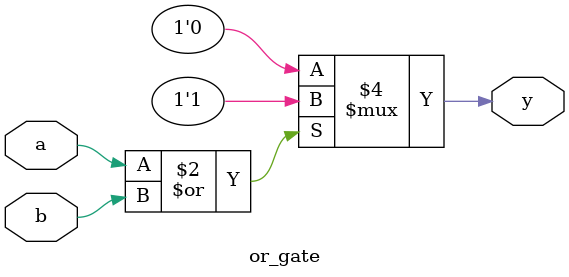
<source format=v>
module or_gate(input a,b,output reg y);
always @(*)begin
if(a|b)
y=1;
else
y=0;
end
endmodule

</source>
